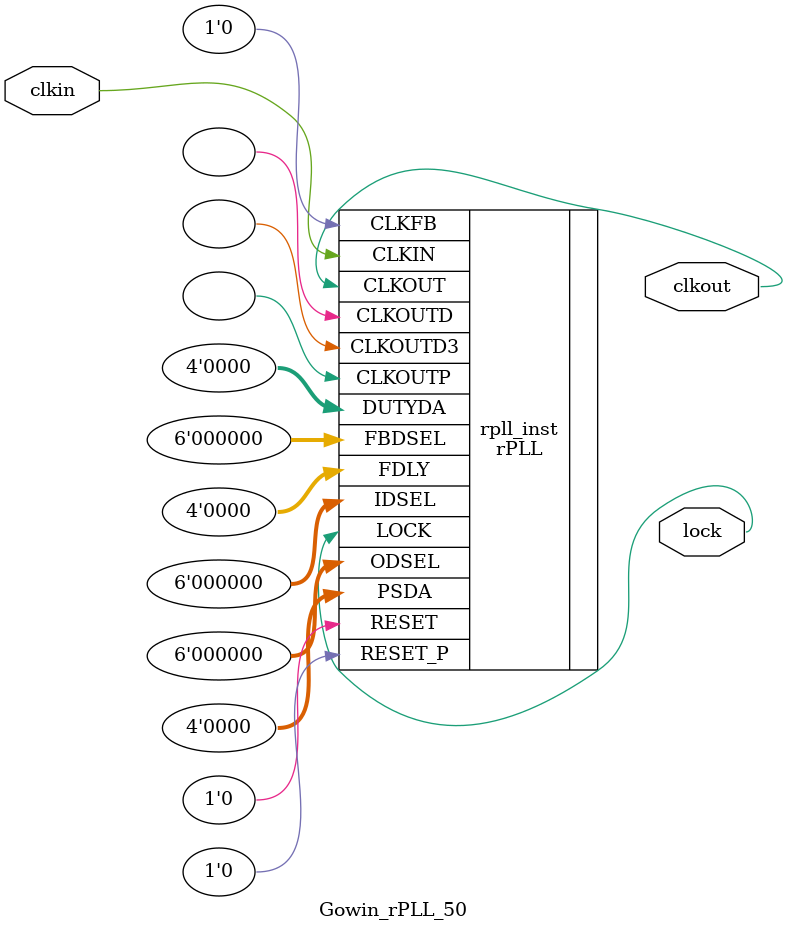
<source format=v>

module Gowin_rPLL_50 (
    input clkin,
    output clkout,
    output lock
);

// PLL configuration for Tang Nano 9K
// FCLKIN = 27 MHz → 50 MHz output
// Formula: FCLKOUT = FCLKIN * (FBDIV_SEL+1) / (IDIV_SEL+1) / (ODIV_SEL+1)
// VCO Formula (per gowin_pack): VCO = FCLKIN * (FBDIV_SEL+1) * ODIV_SEL / (IDIV_SEL+1)
// Note: gowin_pack uses ODIV_SEL (not +1) in VCO calculation!
// VCO must be in range 400-1200 MHz
//
// Target: 50 MHz (close is fine, 48.6-50.625 MHz works)
// Try: IDIV=0 (÷1), FBDIV=17 (×18), ODIV=9 (÷10)
// FCLKOUT = 27 * 18 / 1 / 10 = 48.6 MHz (close!)
// VCO = 27 * 18 * 9 / 1 = 4374 MHz (too high!)
//
// Try: IDIV=4 (÷5), FBDIV=35 (×36), ODIV=3 (÷4)
// FCLKOUT = 27 * 36 / 5 / 4 = 48.6 MHz (close!)
// VCO = 27 * 36 * 3 / 5 = 583.2 MHz (good!)

rPLL #(
    .FCLKIN("27"),
    .DEVICE("GW1NR-9C"),
    .DYN_IDIV_SEL("false"),
    .IDIV_SEL(4),           // Divide by 5 (IDIV_SEL+1)
    .DYN_FBDIV_SEL("false"),
    .FBDIV_SEL(35),         // Multiply by 36 (FBDIV_SEL+1)
    .DYN_ODIV_SEL("false"),
    .ODIV_SEL(3),           // Divide by 4 (ODIV_SEL+1), VCO uses ODIV_SEL=3
    .PSDA_SEL("0000"),
    .DYN_DA_EN("false"),
    .DUTYDA_SEL("1000"),
    .CLKOUT_FT_DIR(1'b1),
    .CLKOUTP_FT_DIR(1'b1),
    .CLKOUT_DLY_STEP(0),
    .CLKOUTP_DLY_STEP(0),
    .CLKFB_SEL("internal"),
    .CLKOUT_BYPASS("false"),
    .CLKOUTP_BYPASS("false"),
    .CLKOUTD_BYPASS("false"),
    .DYN_SDIV_SEL(2),
    .CLKOUTD_SRC("CLKOUT"),
    .CLKOUTD3_SRC("CLKOUT")
) rpll_inst (
    .CLKOUT(clkout),
    .LOCK(lock),
    .CLKOUTP(),
    .CLKOUTD(),
    .CLKOUTD3(),
    .RESET(1'b0),
    .RESET_P(1'b0),
    .CLKIN(clkin),
    .CLKFB(1'b0),
    .FBDSEL(6'b0),
    .IDSEL(6'b0),
    .ODSEL(6'b0),
    .PSDA(4'b0),
    .DUTYDA(4'b0),
    .FDLY(4'b0)
);

endmodule

</source>
